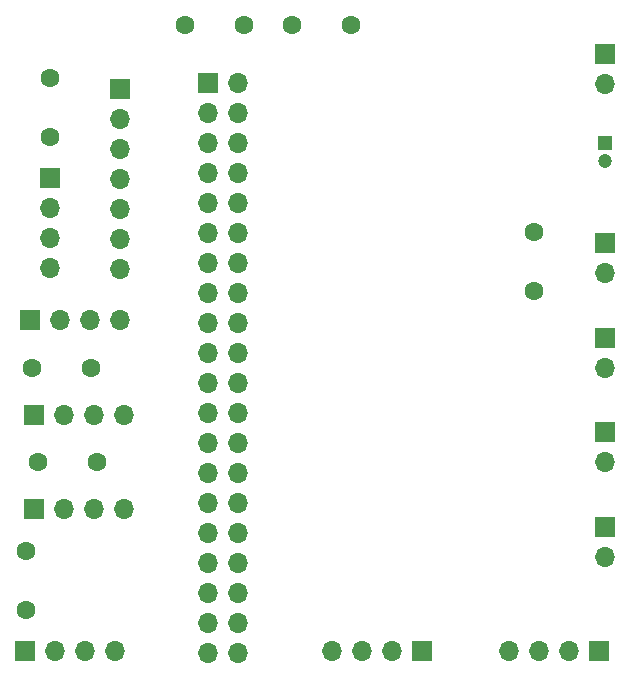
<source format=gbr>
%TF.GenerationSoftware,KiCad,Pcbnew,8.0.3*%
%TF.CreationDate,2024-12-06T22:50:59-03:00*%
%TF.ProjectId,eca,6563612e-6b69-4636-9164-5f7063625858,rev?*%
%TF.SameCoordinates,Original*%
%TF.FileFunction,Soldermask,Top*%
%TF.FilePolarity,Negative*%
%FSLAX46Y46*%
G04 Gerber Fmt 4.6, Leading zero omitted, Abs format (unit mm)*
G04 Created by KiCad (PCBNEW 8.0.3) date 2024-12-06 22:50:59*
%MOMM*%
%LPD*%
G01*
G04 APERTURE LIST*
%ADD10C,1.600000*%
%ADD11R,1.200000X1.200000*%
%ADD12C,1.200000*%
%ADD13R,1.700000X1.700000*%
%ADD14O,1.700000X1.700000*%
G04 APERTURE END LIST*
D10*
%TO.C,C4*%
X106000000Y-124500000D03*
X106000000Y-119500000D03*
%TD*%
D11*
%TO.C,C1*%
X155000000Y-85000000D03*
D12*
X155000000Y-86500000D03*
%TD*%
D10*
%TO.C,C7*%
X112000000Y-112000000D03*
X107000000Y-112000000D03*
%TD*%
%TO.C,C6*%
X106500000Y-104000000D03*
X111500000Y-104000000D03*
%TD*%
%TO.C,C5*%
X124500000Y-75000000D03*
X119500000Y-75000000D03*
%TD*%
%TO.C,C2*%
X149000000Y-97500000D03*
X149000000Y-92500000D03*
%TD*%
%TO.C,C8*%
X128500000Y-75000000D03*
X133500000Y-75000000D03*
%TD*%
D13*
%TO.C,Power Supply*%
X155000000Y-77460000D03*
D14*
X155000000Y-80000000D03*
%TD*%
%TO.C,TCRT5000*%
X114280000Y-116000000D03*
X111740000Y-116000000D03*
X109200000Y-116000000D03*
D13*
X106660000Y-116000000D03*
%TD*%
%TO.C,J1*%
X121400000Y-79880000D03*
D14*
X123940000Y-79880000D03*
X121400000Y-82420000D03*
X123940000Y-82420000D03*
X121400000Y-84960000D03*
X123940000Y-84960000D03*
X121400000Y-87500000D03*
X123940000Y-87500000D03*
X121400000Y-90040000D03*
X123940000Y-90040000D03*
X121400000Y-92580000D03*
X123940000Y-92580000D03*
X121400000Y-95120000D03*
X123940000Y-95120000D03*
X121400000Y-97660000D03*
X123940000Y-97660000D03*
X121400000Y-100200000D03*
X123940000Y-100200000D03*
X121400000Y-102740000D03*
X123940000Y-102740000D03*
X121400000Y-105280000D03*
X123940000Y-105280000D03*
X121400000Y-107820000D03*
X123940000Y-107820000D03*
X121400000Y-110360000D03*
X123940000Y-110360000D03*
X121400000Y-112900000D03*
X123940000Y-112900000D03*
X121400000Y-115440000D03*
X123940000Y-115440000D03*
X121400000Y-117980000D03*
X123940000Y-117980000D03*
X121400000Y-120520000D03*
X123940000Y-120520000D03*
X121400000Y-123060000D03*
X123940000Y-123060000D03*
X121400000Y-125600000D03*
X123940000Y-125600000D03*
X121400000Y-128140000D03*
X123940000Y-128140000D03*
%TD*%
D13*
%TO.C,J2*%
X108000000Y-87920000D03*
D14*
X108000000Y-90460000D03*
X108000000Y-93000000D03*
X108000000Y-95540000D03*
%TD*%
D13*
%TO.C,J9*%
X139540000Y-128000000D03*
D14*
X137000000Y-128000000D03*
X134460000Y-128000000D03*
X131920000Y-128000000D03*
%TD*%
D13*
%TO.C,J10*%
X155000000Y-93460000D03*
D14*
X155000000Y-96000000D03*
%TD*%
D13*
%TO.C,J8*%
X154540000Y-128000000D03*
D14*
X152000000Y-128000000D03*
X149460000Y-128000000D03*
X146920000Y-128000000D03*
%TD*%
D13*
%TO.C,J12*%
X155000000Y-109460000D03*
D14*
X155000000Y-112000000D03*
%TD*%
D13*
%TO.C,J7*%
X105920000Y-128000000D03*
D14*
X108460000Y-128000000D03*
X111000000Y-128000000D03*
X113540000Y-128000000D03*
%TD*%
D13*
%TO.C,J11*%
X155000000Y-117460000D03*
D14*
X155000000Y-120000000D03*
%TD*%
D13*
%TO.C,J13*%
X155000000Y-101460000D03*
D14*
X155000000Y-104000000D03*
%TD*%
D13*
%TO.C,TCRT5000*%
X106380000Y-100000000D03*
D14*
X108920000Y-100000000D03*
X111460000Y-100000000D03*
X114000000Y-100000000D03*
%TD*%
%TO.C,J5*%
X114280000Y-108000000D03*
X111740000Y-108000000D03*
X109200000Y-108000000D03*
D13*
X106660000Y-108000000D03*
%TD*%
%TO.C,J3*%
X114000000Y-80380000D03*
D14*
X114000000Y-82920000D03*
X114000000Y-85460000D03*
X114000000Y-88000000D03*
X114000000Y-90540000D03*
X114000000Y-93080000D03*
X114000000Y-95620000D03*
%TD*%
D10*
%TO.C,C3*%
X108000000Y-79500000D03*
X108000000Y-84500000D03*
%TD*%
M02*

</source>
